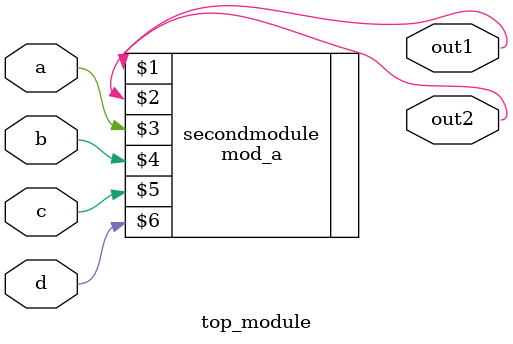
<source format=v>
/*
 *  You can also put the names of the inputs in the brackets. With this you have to be careful
 *  with the order. If you add ports or change the order in the future this might lead to some 
 *  errors.
 */
module top_module ( 
    input a, 
    input b, 
    input c,
    input d,
    output out1,
    output out2
);

    mod_a secondmodule ( out1, out2, a, b, c, d );
endmodule

</source>
